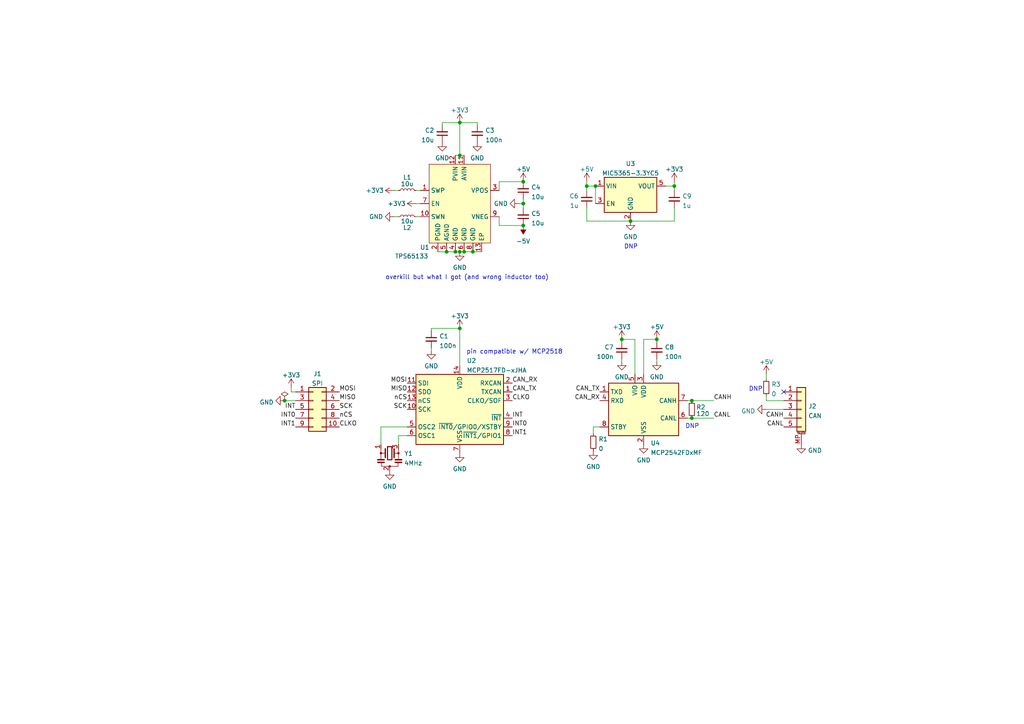
<source format=kicad_sch>
(kicad_sch (version 20211123) (generator eeschema)
  (paper "A4")
  (lib_symbols
    (symbol "Connector_Generic:Conn_02x05_Odd_Even" (pin_names (offset 1.016) hide)
      (property "Reference" "J" (at 1.27 7.62 0))
      (property "Value" "Conn_02x05_Odd_Even" (at 1.27 -7.62 0))
      (symbol "Conn_02x05_Odd_Even_1_1"
        (rectangle (start -1.27 -4.953) (end 0 -5.207) (stroke (width 0.1524)))
        (rectangle (start -1.27 -2.413) (end 0 -2.667) (stroke (width 0.1524)))
        (rectangle (start -1.27 0.127) (end 0 -0.127) (stroke (width 0.1524)))
        (rectangle (start -1.27 2.667) (end 0 2.413) (stroke (width 0.1524)))
        (rectangle (start -1.27 5.207) (end 0 4.953) (stroke (width 0.1524)))
        (rectangle (start -1.27 6.35) (end 3.81 -6.35) (stroke (width 0.254)) (fill (type background)))
        (rectangle (start 3.81 -4.953) (end 2.54 -5.207) (stroke (width 0.1524)))
        (rectangle (start 3.81 -2.413) (end 2.54 -2.667) (stroke (width 0.1524)))
        (rectangle (start 3.81 0.127) (end 2.54 -0.127) (stroke (width 0.1524)))
        (rectangle (start 3.81 2.667) (end 2.54 2.413) (stroke (width 0.1524)))
        (rectangle (start 3.81 5.207) (end 2.54 4.953) (stroke (width 0.1524)))
        (pin passive line (at -5.08 5.08 0) (length 3.81) (name "Pin_1") (number "1"))
        (pin passive line (at 7.62 -5.08 180) (length 3.81) (name "Pin_10") (number "10"))
        (pin passive line (at 7.62 5.08 180) (length 3.81) (name "Pin_2") (number "2"))
        (pin passive line (at -5.08 2.54 0) (length 3.81) (name "Pin_3") (number "3"))
        (pin passive line (at 7.62 2.54 180) (length 3.81) (name "Pin_4") (number "4"))
        (pin passive line (at -5.08 0 0) (length 3.81) (name "Pin_5") (number "5"))
        (pin passive line (at 7.62 0 180) (length 3.81) (name "Pin_6") (number "6"))
        (pin passive line (at -5.08 -2.54 0) (length 3.81) (name "Pin_7") (number "7"))
        (pin passive line (at 7.62 -2.54 180) (length 3.81) (name "Pin_8") (number "8"))
        (pin passive line (at -5.08 -5.08 0) (length 3.81) (name "Pin_9") (number "9"))
      )
    )
    (symbol "Connector_Generic_MountingPin:Conn_01x05_MountingPin" (pin_names (offset 1.016) hide)
      (property "Reference" "J" (at 0 7.62 0))
      (property "Value" "Conn_01x05_MountingPin" (at 1.27 -7.62 0))
      (symbol "Conn_01x05_MountingPin_1_1"
        (rectangle (start -1.27 -4.953) (end 0 -5.207) (stroke (width 0.1524)))
        (rectangle (start -1.27 -2.413) (end 0 -2.667) (stroke (width 0.1524)))
        (rectangle (start -1.27 0.127) (end 0 -0.127) (stroke (width 0.1524)))
        (rectangle (start -1.27 2.667) (end 0 2.413) (stroke (width 0.1524)))
        (rectangle (start -1.27 5.207) (end 0 4.953) (stroke (width 0.1524)))
        (rectangle (start -1.27 6.35) (end 1.27 -6.35) (stroke (width 0.254)) (fill (type background)))
        (polyline (pts (xy -1.016 -7.112) (xy 1.016 -7.112)) (stroke (width 0.1524)))
        (text "Mounting" (at 0 -6.731 0) (effects (font (size 0.381 0.381))))
        (pin passive line (at -5.08 5.08 0) (length 3.81) (name "Pin_1") (number "1"))
        (pin passive line (at -5.08 2.54 0) (length 3.81) (name "Pin_2") (number "2"))
        (pin passive line (at -5.08 0 0) (length 3.81) (name "Pin_3") (number "3"))
        (pin passive line (at -5.08 -2.54 0) (length 3.81) (name "Pin_4") (number "4"))
        (pin passive line (at -5.08 -5.08 0) (length 3.81) (name "Pin_5") (number "5"))
        (pin passive line (at 0 -10.16 90) (length 3.048) (name "MountPin") (number "MP"))
      )
    )
    (symbol "Device:C_Small" (pin_numbers hide) (pin_names (offset 0.254) hide)
      (property "Reference" "C" (at 0.254 1.778 0))
      (property "Value" "C_Small" (at 0.254 -2.032 0))
      (symbol "C_Small_0_1"
        (polyline (pts (xy -1.524 -0.508) (xy 1.524 -0.508)) (stroke (width 0.3302)))
        (polyline (pts (xy -1.524 0.508) (xy 1.524 0.508)) (stroke (width 0.3048)))
      )
      (symbol "C_Small_1_1"
        (pin passive line (at 0 2.54 270) (length 2.032) (name "~") (number "1"))
        (pin passive line (at 0 -2.54 90) (length 2.032) (name "~") (number "2"))
      )
    )
    (symbol "Device:L_Small" (pin_numbers hide) (pin_names (offset 0.254) hide)
      (property "Reference" "L" (at 0.762 1.016 0))
      (property "Value" "L_Small" (at 0.762 -1.016 0))
      (symbol "L_Small_0_1"
        (arc (start 0 -2.032) (mid 0.508 -1.524) (end 0 -1.016))
        (arc (start 0 -1.016) (mid 0.508 -0.508) (end 0 0))
        (arc (start 0 0) (mid 0.508 0.508) (end 0 1.016))
        (arc (start 0 1.016) (mid 0.508 1.524) (end 0 2.032))
      )
      (symbol "L_Small_1_1"
        (pin passive line (at 0 2.54 270) (length 0.508) (name "~") (number "1"))
        (pin passive line (at 0 -2.54 90) (length 0.508) (name "~") (number "2"))
      )
    )
    (symbol "Device:R_Small" (pin_numbers hide) (pin_names (offset 0.254) hide)
      (property "Reference" "R" (at 0.762 0.508 0))
      (property "Value" "R_Small" (at 0.762 -1.016 0))
      (symbol "R_Small_0_1"
        (rectangle (start -0.762 1.778) (end 0.762 -1.778) (stroke (width 0.2032)))
      )
      (symbol "R_Small_1_1"
        (pin passive line (at 0 2.54 270) (length 0.762) (name "~") (number "1"))
        (pin passive line (at 0 -2.54 90) (length 0.762) (name "~") (number "2"))
      )
    )
    (symbol "Device:Resonator_Small" (pin_names (offset 1.016) hide)
      (property "Reference" "Y" (at 3.175 1.905 0))
      (property "Value" "Resonator_Small" (at 3.175 0 0))
      (symbol "Resonator_Small_0_1"
        (rectangle (start -3.556 -2.54) (end -1.524 -2.794) (fill (type outline)))
        (rectangle (start -3.556 -1.778) (end -1.524 -2.032) (fill (type outline)))
        (circle (center -2.54 0) (radius 0.254) (fill (type outline)))
        (rectangle (start -0.635 1.905) (end 0.635 -1.905) (stroke (width 0.3048)))
        (circle (center 0 -3.81) (radius 0.254) (fill (type outline)))
        (polyline (pts (xy -2.54 -1.778) (xy -2.54 0)))
        (polyline (pts (xy -2.54 0) (xy -1.397 0)))
        (polyline (pts (xy -2.54 1.27) (xy -2.54 0)))
        (polyline (pts (xy -1.27 -1.27) (xy -1.27 1.27)) (stroke (width 0.381)))
        (polyline (pts (xy 1.27 -1.27) (xy 1.27 1.27)) (stroke (width 0.381)))
        (polyline (pts (xy 1.27 0) (xy 2.54 0)))
        (polyline (pts (xy 2.54 0) (xy 2.54 -1.778)))
        (polyline (pts (xy 2.54 1.27) (xy 2.54 0)))
        (polyline (pts (xy 2.413 -2.794) (xy 2.413 -3.81) (xy -2.413 -3.81) (xy -2.413 -2.667)))
        (rectangle (start 1.524 -2.54) (end 3.556 -2.794) (fill (type outline)))
        (rectangle (start 1.524 -1.778) (end 3.556 -2.032) (fill (type outline)))
        (circle (center 2.54 0) (radius 0.254) (fill (type outline)))
      )
      (symbol "Resonator_Small_1_1"
        (pin passive line (at -2.54 2.54 270) (length 1.27) (name "1") (number "1"))
        (pin passive line (at 0 -5.08 90) (length 1.27) (name "2") (number "2"))
        (pin passive line (at 2.54 2.54 270) (length 1.27) (name "3") (number "3"))
      )
    )
    (symbol "Interface_CAN_LIN:MCP2517FD-xJHA"
      (property "Reference" "U" (at -12.7 12.7 0))
      (property "Value" "MCP2517FD-xJHA" (at 2.54 12.7 0))
      (symbol "MCP2517FD-xJHA_0_1"
        (rectangle (start -12.7 10.16) (end 12.7 -10.16) (stroke (width 0.254)) (fill (type background)))
      )
      (symbol "MCP2517FD-xJHA_1_1"
        (pin output line (at 15.24 5.08 180) (length 2.54) (name "TXCAN") (number "1"))
        (pin input line (at -15.24 0 0) (length 2.54) (name "SCK") (number "10"))
        (pin input line (at -15.24 7.62 0) (length 2.54) (name "SDI") (number "11"))
        (pin output line (at -15.24 5.08 0) (length 2.54) (name "SDO") (number "12"))
        (pin input line (at -15.24 2.54 0) (length 2.54) (name "nCS") (number "13"))
        (pin power_in line (at 0 12.7 270) (length 2.54) (name "VDD") (number "14"))
        (pin passive line (at 0 -12.7 90) (length 2.54) hide (name "VSS") (number "15"))
        (pin input line (at 15.24 7.62 180) (length 2.54) (name "RXCAN") (number "2"))
        (pin output line (at 15.24 2.54 180) (length 2.54) (name "CLKO/SOF") (number "3"))
        (pin output line (at 15.24 -2.54 180) (length 2.54) (name "~{INT}") (number "4"))
        (pin output line (at -15.24 -5.08 0) (length 2.54) (name "OSC2") (number "5"))
        (pin input line (at -15.24 -7.62 0) (length 2.54) (name "OSC1") (number "6"))
        (pin power_in line (at 0 -12.7 90) (length 2.54) (name "VSS") (number "7"))
        (pin bidirectional line (at 15.24 -7.62 180) (length 2.54) (name "~{INT1}/GPIO1") (number "8"))
        (pin bidirectional line (at 15.24 -5.08 180) (length 2.54) (name "~{INT0}/GPIO0/XSTBY") (number "9"))
      )
    )
    (symbol "Interface_CAN_LIN:MCP2542FDxMF"
      (property "Reference" "U4" (at 2.0194 -9.7695 0))
      (property "Value" "MCP2542FDxMF" (at 2.0194 -12.5446 0))
      (symbol "MCP2542FDxMF_0_1"
        (rectangle (start -10.16 7.62) (end 10.16 -7.62) (stroke (width 0.254)) (fill (type background)))
      )
      (symbol "MCP2542FDxMF_1_1"
        (pin input line (at -12.7 5.08 0) (length 2.54) (name "TXD") (number "1"))
        (pin power_in line (at 0 -10.16 90) (length 2.54) (name "VSS") (number "2"))
        (pin power_in line (at 0 10.16 270) (length 2.54) (name "VDD") (number "3"))
        (pin output line (at -12.7 2.54 0) (length 2.54) (name "RXD") (number "4"))
        (pin power_in line (at -2.54 10.16 270) (length 2.54) (name "VIO") (number "5"))
        (pin bidirectional line (at 12.7 -2.54 180) (length 2.54) (name "CANL") (number "6"))
        (pin bidirectional line (at 12.7 2.54 180) (length 2.54) (name "CANH") (number "7"))
        (pin input line (at -12.7 -5.08 0) (length 2.54) (name "STBY") (number "8"))
      )
    )
    (symbol "Regulator_Linear:MIC5365-3.3YC5"
      (property "Reference" "U" (at -6.35 6.35 0))
      (property "Value" "MIC5365-3.3YC5" (at 0 6.35 0))
      (symbol "MIC5365-3.3YC5_0_1"
        (rectangle (start -7.62 -5.08) (end 7.62 5.08) (stroke (width 0.254)) (fill (type background)))
      )
      (symbol "MIC5365-3.3YC5_1_1"
        (pin power_in line (at -10.16 2.54 0) (length 2.54) (name "VIN") (number "1"))
        (pin power_in line (at 0 -7.62 90) (length 2.54) (name "GND") (number "2"))
        (pin input line (at -10.16 -2.54 0) (length 2.54) (name "EN") (number "3"))
        (pin no_connect line (at 7.62 -2.54 180) (length 2.54) hide (name "NC") (number "4"))
        (pin power_out line (at 10.16 2.54 180) (length 2.54) (name "VOUT") (number "5"))
      )
    )
    (symbol "extraparts:TPS65133"
      (property "Reference" "U" (at 0 17.78 0))
      (property "Value" "TPS65133" (at 0 15.24 0))
      (symbol "TPS65133_0_1"
        (rectangle (start -8.89 11.43) (end 8.89 -11.43) (stroke (width 0.1524)) (fill (type background)))
      )
      (symbol "TPS65133_1_1"
        (pin bidirectional line (at -11.43 3.81 0) (length 2.54) (name "SWP") (number "1"))
        (pin bidirectional line (at -11.43 -3.81 0) (length 2.54) (name "SWN") (number "10"))
        (pin power_in line (at 1.27 13.97 270) (length 2.54) (name "AVIN") (number "11"))
        (pin power_in line (at -1.27 13.97 270) (length 2.54) (name "PVIN") (number "12"))
        (pin input line (at 6.35 -13.97 90) (length 2.54) (name "EP") (number "13"))
        (pin power_in line (at -6.35 -13.97 90) (length 2.54) (name "PGND") (number "2"))
        (pin power_out line (at 11.43 3.81 180) (length 2.54) (name "VPOS") (number "3"))
        (pin power_in line (at -1.27 -13.97 90) (length 2.54) (name "GND") (number "4"))
        (pin power_in line (at -3.81 -13.97 90) (length 2.54) (name "AGND") (number "5"))
        (pin power_in line (at 1.27 -13.97 90) (length 2.54) (name "GND") (number "6"))
        (pin input line (at -11.43 0 0) (length 2.54) (name "EN") (number "7"))
        (pin power_in line (at 3.81 -13.97 90) (length 2.54) (name "GND") (number "8"))
        (pin power_out line (at 11.43 -3.81 180) (length 2.54) (name "VNEG") (number "9"))
      )
    )
    (symbol "power:+3V3" (power) (pin_names (offset 0))
      (property "Value" "+3V3" (at 0 3.556 0))
      (symbol "+3V3_0_1"
        (polyline (pts (xy -0.762 1.27) (xy 0 2.54)))
        (polyline (pts (xy 0 0) (xy 0 2.54)))
        (polyline (pts (xy 0 2.54) (xy 0.762 1.27)))
      )
      (symbol "+3V3_1_1"
        (pin power_in line (at 0 0 90) (length 0) hide (name "+3V3") (number "1"))
      )
    )
    (symbol "power:+5V" (power) (pin_names (offset 0))
      (property "Value" "+5V" (at 0 3.556 0))
      (symbol "+5V_0_1"
        (polyline (pts (xy -0.762 1.27) (xy 0 2.54)))
        (polyline (pts (xy 0 0) (xy 0 2.54)))
        (polyline (pts (xy 0 2.54) (xy 0.762 1.27)))
      )
      (symbol "+5V_1_1"
        (pin power_in line (at 0 0 90) (length 0) hide (name "+5V") (number "1"))
      )
    )
    (symbol "power:-5V" (power) (pin_names (offset 0))
      (property "Value" "-5V" (at 0 3.81 0))
      (symbol "-5V_0_0"
        (pin power_in line (at 0 0 90) (length 0) hide (name "-5V") (number "1"))
      )
      (symbol "-5V_0_1"
        (polyline (pts (xy 0 0) (xy 0 1.27) (xy 0.762 1.27) (xy 0 2.54) (xy -0.762 1.27) (xy 0 1.27)) (fill (type outline)))
      )
    )
    (symbol "power:GND" (power) (pin_names (offset 0))
      (property "Value" "GND" (at 0 -3.81 0))
      (symbol "GND_0_1"
        (polyline (pts (xy 0 0) (xy 0 -1.27) (xy 1.27 -1.27) (xy 0 -2.54) (xy -1.27 -1.27) (xy 0 -1.27)))
      )
      (symbol "GND_1_1"
        (pin power_in line (at 0 0 270) (length 0) hide (name "GND") (number "1"))
      )
    )
    (symbol "power:PWR_FLAG" (power) (pin_numbers hide) (pin_names (offset 0) hide)
      (property "Value" "PWR_FLAG" (at 0 3.81 0))
      (symbol "PWR_FLAG_0_0"
        (pin power_out line (at 0 0 90) (length 0) (name "pwr") (number "1"))
      )
      (symbol "PWR_FLAG_0_1"
        (polyline (pts (xy 0 0) (xy 0 1.27) (xy -1.016 1.905) (xy 0 2.54) (xy 1.016 1.905) (xy 0 1.27)))
      )
    )
  )
  (junction (at 172.72 53.975))
  (junction (at 182.88 64.135))
  (junction (at 200.66 121.285))
  (junction (at 82.55 116.205))
  (junction (at 170.18 53.975))
  (junction (at 200.66 116.205))
  (junction (at 133.35 95.25))
  (junction (at 195.58 53.975))
  (junction (at 151.765 59.055))
  (junction (at 151.765 52.705))
  (junction (at 151.765 65.405))
  (junction (at 133.35 35.56))
  (junction (at 137.16 73.025))
  (junction (at 133.35 73.025))
  (junction (at 190.5 98.425))
  (junction (at 134.62 73.025))
  (junction (at 132.08 73.025))
  (junction (at 133.35 45.085))
  (junction (at 129.54 73.025))
  (junction (at 180.34 98.425))
  (no_connect (at 227.33 113.665))
  (wire (pts (xy 170.18 53.975) (xy 170.18 55.245)))
  (wire (pts (xy 172.72 53.975) (xy 172.72 59.055)))
  (wire (pts (xy 114.3 55.245) (xy 115.57 55.245)))
  (wire (pts (xy 222.25 118.745) (xy 227.33 118.745)))
  (wire (pts (xy 150.495 59.055) (xy 151.765 59.055)))
  (wire (pts (xy 172.085 125.73) (xy 172.085 123.825)))
  (wire (pts (xy 127 73.025) (xy 129.54 73.025)))
  (wire (pts (xy 115.57 128.905) (xy 115.57 126.365)))
  (wire (pts (xy 133.35 35.56) (xy 138.43 35.56)))
  (wire (pts (xy 190.5 104.14) (xy 190.5 104.775)))
  (wire (pts (xy 118.11 123.825) (xy 110.49 123.825)))
  (wire (pts (xy 186.69 108.585) (xy 186.69 98.425)))
  (wire (pts (xy 129.54 73.025) (xy 132.08 73.025)))
  (wire (pts (xy 170.18 53.975) (xy 172.72 53.975)))
  (wire (pts (xy 114.3 62.865) (xy 115.57 62.865)))
  (wire (pts (xy 184.15 98.425) (xy 184.15 108.585)))
  (wire (pts (xy 133.35 95.25) (xy 125.095 95.25)))
  (wire (pts (xy 128.27 35.56) (xy 128.27 36.195)))
  (wire (pts (xy 195.58 60.325) (xy 195.58 64.135)))
  (wire (pts (xy 199.39 121.285) (xy 200.66 121.285)))
  (wire (pts (xy 133.35 45.085) (xy 134.62 45.085)))
  (wire (pts (xy 151.765 57.785) (xy 151.765 59.055)))
  (wire (pts (xy 151.765 52.705) (xy 144.78 52.705)))
  (wire (pts (xy 133.35 73.025) (xy 134.62 73.025)))
  (wire (pts (xy 193.04 53.975) (xy 195.58 53.975)))
  (wire (pts (xy 120.65 62.865) (xy 121.92 62.865)))
  (wire (pts (xy 222.25 116.205) (xy 227.33 116.205)))
  (wire (pts (xy 170.18 64.135) (xy 182.88 64.135)))
  (wire (pts (xy 134.62 73.025) (xy 137.16 73.025)))
  (wire (pts (xy 125.095 95.25) (xy 125.095 95.885)))
  (wire (pts (xy 222.25 114.935) (xy 222.25 116.205)))
  (wire (pts (xy 222.25 108.585) (xy 222.25 109.855)))
  (wire (pts (xy 199.39 116.205) (xy 200.66 116.205)))
  (wire (pts (xy 200.66 116.205) (xy 207.01 116.205)))
  (wire (pts (xy 172.085 123.825) (xy 173.99 123.825)))
  (wire (pts (xy 133.35 35.56) (xy 133.35 45.085)))
  (wire (pts (xy 151.765 59.055) (xy 151.765 60.325)))
  (wire (pts (xy 115.57 126.365) (xy 118.11 126.365)))
  (wire (pts (xy 170.18 60.325) (xy 170.18 64.135)))
  (wire (pts (xy 82.55 116.205) (xy 85.725 116.205)))
  (wire (pts (xy 132.08 73.025) (xy 133.35 73.025)))
  (wire (pts (xy 120.65 55.245) (xy 121.92 55.245)))
  (wire (pts (xy 125.095 100.965) (xy 125.095 101.6)))
  (wire (pts (xy 180.34 104.775) (xy 180.34 104.14)))
  (wire (pts (xy 186.69 98.425) (xy 190.5 98.425)))
  (wire (pts (xy 195.58 53.975) (xy 195.58 55.245)))
  (wire (pts (xy 84.455 112.395) (xy 84.455 113.665)))
  (wire (pts (xy 144.78 52.705) (xy 144.78 55.245)))
  (wire (pts (xy 144.78 65.405) (xy 144.78 62.865)))
  (wire (pts (xy 195.58 64.135) (xy 182.88 64.135)))
  (wire (pts (xy 132.08 45.085) (xy 133.35 45.085)))
  (wire (pts (xy 195.58 53.975) (xy 195.58 52.705)))
  (wire (pts (xy 120.65 59.055) (xy 121.92 59.055)))
  (wire (pts (xy 151.765 65.405) (xy 144.78 65.405)))
  (wire (pts (xy 133.35 95.25) (xy 133.35 106.045)))
  (wire (pts (xy 190.5 98.425) (xy 190.5 99.06)))
  (wire (pts (xy 84.455 113.665) (xy 85.725 113.665)))
  (wire (pts (xy 133.35 35.56) (xy 128.27 35.56)))
  (wire (pts (xy 180.34 99.06) (xy 180.34 98.425)))
  (wire (pts (xy 200.66 121.285) (xy 207.01 121.285)))
  (wire (pts (xy 137.16 73.025) (xy 139.7 73.025)))
  (wire (pts (xy 180.34 98.425) (xy 184.15 98.425)))
  (wire (pts (xy 110.49 123.825) (xy 110.49 128.905)))
  (wire (pts (xy 170.18 52.705) (xy 170.18 53.975)))
  (wire (pts (xy 138.43 35.56) (xy 138.43 36.195)))
  (text "DNP" (at 198.755 124.46 0) (effects (font (size 1.27 1.27)) (justify left bottom)))
  (text "DNP" (at 217.17 113.665 0) (effects (font (size 1.27 1.27)) (justify left bottom)))
  (text "pin compatible w/ MCP2518" (at 135.255 102.87 0) (effects (font (size 1.27 1.27)) (justify left bottom)))
  (text "DNP" (at 180.975 72.39 0) (effects (font (size 1.27 1.27)) (justify left bottom)))
  (text "overkill but what I got (and wrong inductor too)" (at 111.76 81.28 0) (effects (font (size 1.27 1.27)) (justify left bottom)))
  (label "CAN_TX" (at 148.59 113.665 0))
  (label "SCK" (at 98.425 118.745 0))
  (label "CAN_RX" (at 173.99 116.205 180))
  (label "nCS" (at 98.425 121.285 0))
  (label "nCS" (at 118.11 116.205 180))
  (label "CLKO" (at 98.425 123.825 0))
  (label "CANL" (at 227.33 123.825 180))
  (label "MISO" (at 118.11 113.665 180))
  (label "INT1" (at 148.59 126.365 0))
  (label "SCK" (at 118.11 118.745 180))
  (label "INT0" (at 148.59 123.825 0))
  (label "INT0" (at 85.725 121.285 180))
  (label "CAN_TX" (at 173.99 113.665 180))
  (label "CANH" (at 207.01 116.205 0))
  (label "INT1" (at 85.725 123.825 180))
  (label "INT" (at 85.725 118.745 180))
  (label "MOSI" (at 98.425 113.665 0))
  (label "CLKO" (at 148.59 116.205 0))
  (label "MOSI" (at 118.11 111.125 180))
  (label "CAN_RX" (at 148.59 111.125 0))
  (label "CANL" (at 207.01 121.285 0))
  (label "MISO" (at 98.425 116.205 0))
  (label "INT" (at 148.59 121.285 0))
  (label "CANH" (at 227.33 121.285 180))
  (symbol (lib_id "Device:C_Small") (at 151.765 62.865 180) (unit 1)
    (property "Reference" "C5" (at 154.0891 61.9501 0) (effects (justify right)))
    (property "Value" "10u" (at 154.0891 64.7252 0) (effects (justify right)))
    (property "Footprint" "Capacitor_SMD:C_0805_2012Metric" (effects hide))
  )
  (symbol (lib_id "power:+5V") (at 151.765 52.705 0) (unit 1)
    (property "Reference" "#PWR015" (effects hide))
    (property "Value" "+5V" (at 151.765 49.1005 0))
  )
  (symbol (lib_id "Device:R_Small") (at 222.25 112.395 180) (unit 1)
    (property "Reference" "R3" (at 223.7486 111.4865 0) (effects (justify right)))
    (property "Value" "0" (at 223.7486 114.2616 0) (effects (justify right)))
    (property "Footprint" "Resistor_SMD:R_0603_1608Metric" (effects hide))
  )
  (symbol (lib_id "power:GND") (at 133.35 73.025 0) (unit 1)
    (property "Reference" "#PWR010" (effects hide))
    (property "Value" "GND" (at 133.35 77.5875 0))
  )
  (symbol (lib_id "power:GND") (at 232.41 128.905 0) (unit 1)
    (property "Reference" "#PWR028" (effects hide))
    (property "Value" "GND" (at 234.315 130.654 0) (effects (justify left)))
  )
  (symbol (lib_id "Interface_CAN_LIN:MCP2542FDxMF") (at 186.69 118.745 0) (unit 1)
    (property "Reference" "U4" (at 188.7094 128.5145 0) (effects (justify left)))
    (property "Value" "MCP2542FDxMF" (at 188.7094 131.2896 0) (effects (justify left)))
    (property "Footprint" "Package_SO:SOIC-8_3.9x4.9mm_P1.27mm" (effects hide))
    (property "Datasheet" "http://ww1.microchip.com/downloads/en/DeviceDoc/MCP2542FD-4FD-MCP2542WFD-4WFD-Data-Sheet20005514B.pdf" (effects hide))
  )
  (symbol (lib_id "power:GND") (at 186.69 128.905 0) (unit 1)
    (property "Reference" "#PWR022" (effects hide))
    (property "Value" "GND" (at 186.69 133.4675 0))
  )
  (symbol (lib_id "Device:C_Small") (at 180.34 101.6 0) (mirror x) (unit 1)
    (property "Reference" "C7" (at 178.0159 100.6851 0) (effects (justify right)))
    (property "Value" "100n" (at 178.0159 103.4602 0) (effects (justify right)))
    (property "Footprint" "Capacitor_SMD:C_0603_1608Metric" (effects hide))
  )
  (symbol (lib_id "Device:L_Small") (at 118.11 62.865 270) (mirror x) (unit 1)
    (property "Reference" "L2" (at 118.11 66.04 90))
    (property "Value" "10u" (at 118.11 64.135 90))
    (property "Footprint" "Inductor_SMD:L_1210_3225Metric" (effects hide))
  )
  (symbol (lib_id "power:GND") (at 128.27 41.275 0) (unit 1)
    (property "Reference" "#PWR08" (effects hide))
    (property "Value" "GND" (at 128.27 45.8375 0))
  )
  (symbol (lib_id "power:+5V") (at 222.25 108.585 0) (unit 1)
    (property "Reference" "#PWR026" (effects hide))
    (property "Value" "+5V" (at 222.25 104.9805 0))
  )
  (symbol (lib_id "power:GND") (at 82.55 116.205 270) (unit 1)
    (property "Reference" "#PWR01" (effects hide))
    (property "Value" "GND" (at 79.3751 116.684 90) (effects (justify right)))
  )
  (symbol (lib_id "extraparts:TPS65133") (at 133.35 59.055 0) (unit 1)
    (property "Reference" "U1" (at 123.19 71.755 0))
    (property "Value" "TPS65133" (at 119.38 74.295 0))
    (property "Footprint" "extraparts:Texas_DPD0012A" (effects hide))
  )
  (symbol (lib_id "Regulator_Linear:MIC5365-3.3YC5") (at 182.88 56.515 0) (unit 1)
    (property "Reference" "U3" (at 182.88 47.4685 0))
    (property "Value" "MIC5365-3.3YC5" (at 182.88 50.2436 0))
    (property "Footprint" "Package_TO_SOT_SMD:SOT-353_SC-70-5" (effects hide))
    (property "Datasheet" "http://ww1.microchip.com/downloads/en/DeviceDoc/mic5365.pdf" (effects hide))
  )
  (symbol (lib_id "power:+3V3") (at 133.35 35.56 0) (unit 1)
    (property "Reference" "#PWR09" (effects hide))
    (property "Value" "+3V3" (at 133.35 31.9555 0))
  )
  (symbol (lib_id "power:+3V3") (at 133.35 95.25 0) (unit 1)
    (property "Reference" "#PWR011" (effects hide))
    (property "Value" "+3V3" (at 133.35 91.6455 0))
  )
  (symbol (lib_id "Device:C_Small") (at 195.58 57.785 0) (unit 1)
    (property "Reference" "C9" (at 197.9041 56.8828 0) (effects (justify left)))
    (property "Value" "1u" (at 197.9041 59.6579 0) (effects (justify left)))
    (property "Footprint" "Capacitor_SMD:C_0603_1608Metric" (effects hide))
  )
  (symbol (lib_id "power:+3V3") (at 180.34 98.425 0) (unit 1)
    (property "Reference" "#PWR019" (effects hide))
    (property "Value" "+3V3" (at 180.34 94.8205 0))
  )
  (symbol (lib_id "power:-5V") (at 151.765 65.405 180) (unit 1)
    (property "Reference" "#PWR016" (effects hide))
    (property "Value" "-5V" (at 151.765 69.9675 0))
  )
  (symbol (lib_id "power:GND") (at 114.3 62.865 270) (unit 1)
    (property "Reference" "#PWR05" (effects hide))
    (property "Value" "GND" (at 111.125 62.865 90) (effects (justify right)))
  )
  (symbol (lib_id "Device:C_Small") (at 190.5 101.6 0) (unit 1)
    (property "Reference" "C8" (at 192.8241 100.6978 0) (effects (justify left)))
    (property "Value" "100n" (at 192.8241 103.4729 0) (effects (justify left)))
    (property "Footprint" "Capacitor_SMD:C_0603_1608Metric" (effects hide))
  )
  (symbol (lib_id "Connector_Generic_MountingPin:Conn_01x05_MountingPin") (at 232.41 118.745 0) (unit 1)
    (property "Reference" "J2" (at 234.442 117.8365 0) (effects (justify left)))
    (property "Value" "CAN" (at 234.442 120.6116 0) (effects (justify left)))
    (property "Footprint" "extraparts:Molex_DuraClik_RH_5pin" (effects hide))
  )
  (symbol (lib_id "power:GND") (at 190.5 104.775 0) (unit 1)
    (property "Reference" "#PWR024" (effects hide))
    (property "Value" "GND" (at 190.5 109.3375 0))
  )
  (symbol (lib_id "Device:C_Small") (at 170.18 57.785 0) (mirror x) (unit 1)
    (property "Reference" "C6" (at 167.8559 56.8701 0) (effects (justify right)))
    (property "Value" "1u" (at 167.8559 59.6452 0) (effects (justify right)))
    (property "Footprint" "Capacitor_SMD:C_0603_1608Metric" (effects hide))
  )
  (symbol (lib_id "power:+3V3") (at 84.455 112.395 0) (unit 1)
    (property "Reference" "#PWR02" (effects hide))
    (property "Value" "+3V3" (at 84.455 108.7905 0))
  )
  (symbol (lib_id "power:GND") (at 150.495 59.055 270) (unit 1)
    (property "Reference" "#PWR014" (effects hide))
    (property "Value" "GND" (at 147.32 59.055 90) (effects (justify right)))
  )
  (symbol (lib_id "Interface_CAN_LIN:MCP2517FD-xJHA") (at 133.35 118.745 0) (unit 1)
    (property "Reference" "U2" (at 135.3694 104.6185 0) (effects (justify left)))
    (property "Value" "MCP2517FD-xJHA" (at 135.3694 107.3936 0) (effects (justify left)))
    (property "Footprint" "Package_DFN_QFN:DFN-14-1EP_3x4.5mm_P0.65mm_EP1.65x4.25mm" (effects hide))
    (property "Datasheet" "https://ww1.microchip.com/downloads/en/DeviceDoc/20005688A.pdf" (effects hide))
  )
  (symbol (lib_id "power:+3V3") (at 120.65 59.055 90) (unit 1)
    (property "Reference" "#PWR06" (effects hide))
    (property "Value" "+3V3" (at 112.395 59.055 90) (effects (justify right)))
  )
  (symbol (lib_id "power:+5V") (at 170.18 52.705 0) (unit 1)
    (property "Reference" "#PWR017" (effects hide))
    (property "Value" "+5V" (at 170.18 49.1005 0))
  )
  (symbol (lib_id "power:+3V3") (at 114.3 55.245 90) (unit 1)
    (property "Reference" "#PWR04" (effects hide))
    (property "Value" "+3V3" (at 106.045 55.245 90) (effects (justify right)))
  )
  (symbol (lib_id "power:+5V") (at 190.5 98.425 0) (unit 1)
    (property "Reference" "#PWR023" (effects hide))
    (property "Value" "+5V" (at 190.5 94.8205 0))
  )
  (symbol (lib_id "Device:R_Small") (at 200.66 118.745 0) (unit 1)
    (property "Reference" "R2" (at 201.93 118.11 0) (effects (justify left)))
    (property "Value" "120" (at 201.93 120.015 0) (effects (justify left)))
    (property "Footprint" "Resistor_SMD:R_0603_1608Metric" (effects hide))
  )
  (symbol (lib_id "power:GND") (at 138.43 41.275 0) (unit 1)
    (property "Reference" "#PWR013" (effects hide))
    (property "Value" "GND" (at 138.43 45.8375 0))
  )
  (symbol (lib_id "power:GND") (at 182.88 64.135 0) (unit 1)
    (property "Reference" "#PWR021" (effects hide))
    (property "Value" "GND" (at 182.88 68.6975 0))
  )
  (symbol (lib_id "power:GND") (at 133.35 131.445 0) (unit 1)
    (property "Reference" "#PWR012" (effects hide))
    (property "Value" "GND" (at 133.35 136.0075 0))
  )
  (symbol (lib_id "power:GND") (at 113.03 136.525 0) (unit 1)
    (property "Reference" "#PWR03" (effects hide))
    (property "Value" "GND" (at 113.03 141.0875 0))
  )
  (symbol (lib_id "Device:C_Small") (at 128.27 38.735 0) (mirror x) (unit 1)
    (property "Reference" "C2" (at 125.946 37.8201 0) (effects (justify right)))
    (property "Value" "10u" (at 125.946 40.5952 0) (effects (justify right)))
    (property "Footprint" "Capacitor_SMD:C_0805_2012Metric" (effects hide))
  )
  (symbol (lib_id "Device:C_Small") (at 138.43 38.735 0) (unit 1)
    (property "Reference" "C3" (at 140.7541 37.8328 0) (effects (justify left)))
    (property "Value" "100n" (at 140.7541 40.6079 0) (effects (justify left)))
    (property "Footprint" "Capacitor_SMD:C_0603_1608Metric" (effects hide))
  )
  (symbol (lib_id "Device:R_Small") (at 172.085 128.27 0) (unit 1)
    (property "Reference" "R1" (at 173.5836 127.3615 0) (effects (justify left)))
    (property "Value" "0" (at 173.5836 130.1366 0) (effects (justify left)))
    (property "Footprint" "Resistor_SMD:R_0603_1608Metric" (effects hide))
  )
  (symbol (lib_id "Device:C_Small") (at 151.765 55.245 180) (unit 1)
    (property "Reference" "C4" (at 154.0891 54.3301 0) (effects (justify right)))
    (property "Value" "10u" (at 154.0891 57.1052 0) (effects (justify right)))
    (property "Footprint" "Capacitor_SMD:C_0805_2012Metric" (effects hide))
  )
  (symbol (lib_id "power:GND") (at 125.095 101.6 0) (unit 1)
    (property "Reference" "#PWR07" (effects hide))
    (property "Value" "GND" (at 125.095 106.1625 0))
  )
  (symbol (lib_id "power:GND") (at 222.25 118.745 270) (unit 1)
    (property "Reference" "#PWR027" (effects hide))
    (property "Value" "GND" (at 219.0751 119.224 90) (effects (justify right)))
  )
  (symbol (lib_id "power:GND") (at 180.34 104.775 0) (unit 1)
    (property "Reference" "#PWR020" (effects hide))
    (property "Value" "GND" (at 180.34 109.3375 0))
  )
  (symbol (lib_id "power:PWR_FLAG") (at 82.55 116.205 0) (unit 1)
    (property "Reference" "#FLG01" (effects hide))
    (property "Value" "PWR_FLAG" (effects hide))
  )
  (symbol (lib_id "power:+3V3") (at 195.58 52.705 0) (unit 1)
    (property "Reference" "#PWR025" (effects hide))
    (property "Value" "+3V3" (at 195.58 49.1005 0))
  )
  (symbol (lib_id "Device:Resonator_Small") (at 113.03 131.445 0) (unit 1)
    (property "Reference" "Y1" (at 117.221 131.5398 0) (effects (justify left)))
    (property "Value" "4MHz" (at 117.221 134.3149 0) (effects (justify left)))
    (property "Footprint" "extraparts:Resonator_SMD_Murata_CSTCR-3Pin_4.5x2.0mm" (effects hide))
  )
  (symbol (lib_id "Device:L_Small") (at 118.11 55.245 90) (unit 1)
    (property "Reference" "L1" (at 118.11 51.435 90))
    (property "Value" "10u" (at 118.11 53.34 90))
    (property "Footprint" "Inductor_SMD:L_1210_3225Metric" (effects hide))
  )
  (symbol (lib_id "Connector_Generic:Conn_02x05_Odd_Even") (at 90.805 118.745 0) (unit 1)
    (property "Reference" "J1" (at 92.075 108.4285 0))
    (property "Value" "SPI" (at 92.075 111.2036 0))
    (property "Footprint" "Connector_PinHeader_1.27mm:PinHeader_2x05_P1.27mm_Vertical_SMD" (effects hide))
  )
  (symbol (lib_id "Device:C_Small") (at 125.095 98.425 0) (unit 1)
    (property "Reference" "C1" (at 127.4191 97.5228 0) (effects (justify left)))
    (property "Value" "100n" (at 127.4191 100.2979 0) (effects (justify left)))
    (property "Footprint" "Capacitor_SMD:C_0603_1608Metric" (effects hide))
  )
  (symbol (lib_id "power:GND") (at 172.085 130.81 0) (unit 1)
    (property "Reference" "#PWR018" (effects hide))
    (property "Value" "GND" (at 172.085 135.3725 0))
  )
)
</source>
